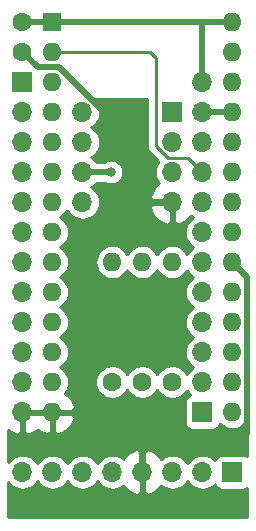
<source format=gbr>
G04 #@! TF.GenerationSoftware,KiCad,Pcbnew,(5.1.2)-1*
G04 #@! TF.CreationDate,2019-07-14T14:04:16+02:00*
G04 #@! TF.ProjectId,C64-Switchless-Quad-Kernal-Switcher,4336342d-5377-4697-9463-686c6573732d,1.20*
G04 #@! TF.SameCoordinates,Original*
G04 #@! TF.FileFunction,Copper,L2,Bot*
G04 #@! TF.FilePolarity,Positive*
%FSLAX46Y46*%
G04 Gerber Fmt 4.6, Leading zero omitted, Abs format (unit mm)*
G04 Created by KiCad (PCBNEW (5.1.2)-1) date 2019-07-14 14:04:16*
%MOMM*%
%LPD*%
G04 APERTURE LIST*
%ADD10O,1.700000X1.700000*%
%ADD11R,1.700000X1.700000*%
%ADD12R,1.600000X1.600000*%
%ADD13O,1.600000X1.600000*%
%ADD14C,1.600000*%
%ADD15C,0.800000*%
%ADD16C,0.500000*%
%ADD17C,0.250000*%
%ADD18C,0.254000*%
G04 APERTURE END LIST*
D10*
X109220000Y-66040000D03*
X116840000Y-73660000D03*
X109220000Y-68580000D03*
X116840000Y-71120000D03*
X109220000Y-71120000D03*
X116840000Y-68580000D03*
X109220000Y-73660000D03*
D11*
X116840000Y-66040000D03*
D12*
X106680000Y-58420000D03*
D13*
X121920000Y-91440000D03*
X106680000Y-60960000D03*
X121920000Y-88900000D03*
X106680000Y-63500000D03*
X121920000Y-86360000D03*
X106680000Y-66040000D03*
X121920000Y-83820000D03*
X106680000Y-68580000D03*
X121920000Y-81280000D03*
X106680000Y-71120000D03*
X121920000Y-78740000D03*
X106680000Y-73660000D03*
X121920000Y-76200000D03*
X106680000Y-76200000D03*
X121920000Y-73660000D03*
X106680000Y-78740000D03*
X121920000Y-71120000D03*
X106680000Y-81280000D03*
X121920000Y-68580000D03*
X106680000Y-83820000D03*
X121920000Y-66040000D03*
X106680000Y-86360000D03*
X121920000Y-63500000D03*
X106680000Y-88900000D03*
X121920000Y-60960000D03*
X106680000Y-91440000D03*
X121920000Y-58420000D03*
D14*
X104140000Y-58420000D03*
X104140000Y-60920000D03*
D11*
X104140000Y-63500000D03*
D10*
X104140000Y-66040000D03*
X104140000Y-68580000D03*
X104140000Y-71120000D03*
X104140000Y-73660000D03*
X104140000Y-76200000D03*
X104140000Y-78740000D03*
X104140000Y-81280000D03*
X104140000Y-83820000D03*
X104140000Y-86360000D03*
X104140000Y-88900000D03*
X104140000Y-91440000D03*
X119380000Y-63500000D03*
X119380000Y-66040000D03*
X119380000Y-68580000D03*
X119380000Y-71120000D03*
X119380000Y-73660000D03*
X119380000Y-76200000D03*
X119380000Y-78740000D03*
X119380000Y-81280000D03*
X119380000Y-83820000D03*
X119380000Y-86360000D03*
X119380000Y-88900000D03*
D11*
X119380000Y-91440000D03*
X121920000Y-96520000D03*
D10*
X119380000Y-96520000D03*
X116840000Y-96520000D03*
X114300000Y-96520000D03*
X111760000Y-96520000D03*
X109220000Y-96520000D03*
X106680000Y-96520000D03*
X104140000Y-96520000D03*
D14*
X114300000Y-88900000D03*
D13*
X114300000Y-78740000D03*
X111760000Y-78740000D03*
D14*
X111760000Y-88900000D03*
X116840000Y-88900000D03*
D13*
X116840000Y-78740000D03*
D15*
X111663480Y-71127620D03*
D16*
X104140000Y-58420000D02*
X106680000Y-58420000D01*
X106680000Y-58420000D02*
X109220000Y-58420000D01*
X119380000Y-63500000D02*
X119380000Y-58420000D01*
X109220000Y-58420000D02*
X119380000Y-58420000D01*
X119380000Y-58420000D02*
X121920000Y-58420000D01*
X114300000Y-94615000D02*
X114300000Y-96520000D01*
X114935000Y-93980000D02*
X114300000Y-94615000D01*
X122515002Y-93980000D02*
X114935000Y-93980000D01*
X123170001Y-93325001D02*
X122515002Y-93980000D01*
X121920000Y-78740000D02*
X123170001Y-79990001D01*
X123170001Y-79990001D02*
X123170001Y-93325001D01*
X105469999Y-62249999D02*
X104140000Y-60920000D01*
X107280001Y-62249999D02*
X105469999Y-62249999D01*
X114300000Y-69269998D02*
X107280001Y-62249999D01*
X116840000Y-73660000D02*
X114300000Y-73660000D01*
X114300000Y-73660000D02*
X114300000Y-69269998D01*
X119380000Y-66040000D02*
X121920000Y-66040000D01*
D17*
X114935000Y-60960000D02*
X106680000Y-60960000D01*
X115425001Y-61450001D02*
X114935000Y-60960000D01*
X115425001Y-68904003D02*
X115425001Y-61450001D01*
X116465997Y-69944999D02*
X115425001Y-68904003D01*
X118204999Y-69944999D02*
X116465997Y-69944999D01*
X119380000Y-71120000D02*
X118204999Y-69944999D01*
D16*
X109227620Y-71127620D02*
X109220000Y-71120000D01*
X111663480Y-71127620D02*
X109227620Y-71127620D01*
D18*
G36*
X114665001Y-68866681D02*
G01*
X114661325Y-68904003D01*
X114665001Y-68941325D01*
X114665001Y-68941335D01*
X114675998Y-69052988D01*
X114714927Y-69181323D01*
X114719455Y-69196249D01*
X114790027Y-69328279D01*
X114829872Y-69376829D01*
X114885000Y-69444004D01*
X114914003Y-69467807D01*
X115661448Y-70215251D01*
X115599294Y-70290986D01*
X115461401Y-70548966D01*
X115376487Y-70828889D01*
X115347815Y-71120000D01*
X115376487Y-71411111D01*
X115461401Y-71691034D01*
X115599294Y-71949014D01*
X115687123Y-72056033D01*
X115407522Y-72297448D01*
X115169226Y-72603092D01*
X114995137Y-72949352D01*
X114911240Y-73225931D01*
X115149514Y-73533000D01*
X116713000Y-73533000D01*
X116713000Y-73513000D01*
X116967000Y-73513000D01*
X116967000Y-73533000D01*
X116987000Y-73533000D01*
X116987000Y-73787000D01*
X116967000Y-73787000D01*
X116967000Y-75351170D01*
X117274069Y-75588763D01*
X117642011Y-75467020D01*
X117979133Y-75275834D01*
X118272478Y-75022552D01*
X118439079Y-74808866D01*
X118550986Y-74900706D01*
X118605791Y-74930000D01*
X118550986Y-74959294D01*
X118324866Y-75144866D01*
X118139294Y-75370986D01*
X118001401Y-75628966D01*
X117916487Y-75908889D01*
X117887815Y-76200000D01*
X117916487Y-76491111D01*
X118001401Y-76771034D01*
X118139294Y-77029014D01*
X118324866Y-77255134D01*
X118550986Y-77440706D01*
X118605791Y-77470000D01*
X118550986Y-77499294D01*
X118324866Y-77684866D01*
X118139294Y-77910986D01*
X118081653Y-78018825D01*
X118038932Y-77938899D01*
X117859608Y-77720392D01*
X117641101Y-77541068D01*
X117391808Y-77407818D01*
X117121309Y-77325764D01*
X116910492Y-77305000D01*
X116769508Y-77305000D01*
X116558691Y-77325764D01*
X116288192Y-77407818D01*
X116038899Y-77541068D01*
X115820392Y-77720392D01*
X115641068Y-77938899D01*
X115570000Y-78071858D01*
X115498932Y-77938899D01*
X115319608Y-77720392D01*
X115101101Y-77541068D01*
X114851808Y-77407818D01*
X114581309Y-77325764D01*
X114370492Y-77305000D01*
X114229508Y-77305000D01*
X114018691Y-77325764D01*
X113748192Y-77407818D01*
X113498899Y-77541068D01*
X113280392Y-77720392D01*
X113101068Y-77938899D01*
X113030000Y-78071858D01*
X112958932Y-77938899D01*
X112779608Y-77720392D01*
X112561101Y-77541068D01*
X112311808Y-77407818D01*
X112041309Y-77325764D01*
X111830492Y-77305000D01*
X111689508Y-77305000D01*
X111478691Y-77325764D01*
X111208192Y-77407818D01*
X110958899Y-77541068D01*
X110740392Y-77720392D01*
X110561068Y-77938899D01*
X110427818Y-78188192D01*
X110345764Y-78458691D01*
X110318057Y-78740000D01*
X110345764Y-79021309D01*
X110427818Y-79291808D01*
X110561068Y-79541101D01*
X110740392Y-79759608D01*
X110958899Y-79938932D01*
X111208192Y-80072182D01*
X111478691Y-80154236D01*
X111689508Y-80175000D01*
X111830492Y-80175000D01*
X112041309Y-80154236D01*
X112311808Y-80072182D01*
X112561101Y-79938932D01*
X112779608Y-79759608D01*
X112958932Y-79541101D01*
X113030000Y-79408142D01*
X113101068Y-79541101D01*
X113280392Y-79759608D01*
X113498899Y-79938932D01*
X113748192Y-80072182D01*
X114018691Y-80154236D01*
X114229508Y-80175000D01*
X114370492Y-80175000D01*
X114581309Y-80154236D01*
X114851808Y-80072182D01*
X115101101Y-79938932D01*
X115319608Y-79759608D01*
X115498932Y-79541101D01*
X115570000Y-79408142D01*
X115641068Y-79541101D01*
X115820392Y-79759608D01*
X116038899Y-79938932D01*
X116288192Y-80072182D01*
X116558691Y-80154236D01*
X116769508Y-80175000D01*
X116910492Y-80175000D01*
X117121309Y-80154236D01*
X117391808Y-80072182D01*
X117641101Y-79938932D01*
X117859608Y-79759608D01*
X118038932Y-79541101D01*
X118081653Y-79461175D01*
X118139294Y-79569014D01*
X118324866Y-79795134D01*
X118550986Y-79980706D01*
X118605791Y-80010000D01*
X118550986Y-80039294D01*
X118324866Y-80224866D01*
X118139294Y-80450986D01*
X118001401Y-80708966D01*
X117916487Y-80988889D01*
X117887815Y-81280000D01*
X117916487Y-81571111D01*
X118001401Y-81851034D01*
X118139294Y-82109014D01*
X118324866Y-82335134D01*
X118550986Y-82520706D01*
X118605791Y-82550000D01*
X118550986Y-82579294D01*
X118324866Y-82764866D01*
X118139294Y-82990986D01*
X118001401Y-83248966D01*
X117916487Y-83528889D01*
X117887815Y-83820000D01*
X117916487Y-84111111D01*
X118001401Y-84391034D01*
X118139294Y-84649014D01*
X118324866Y-84875134D01*
X118550986Y-85060706D01*
X118605791Y-85090000D01*
X118550986Y-85119294D01*
X118324866Y-85304866D01*
X118139294Y-85530986D01*
X118001401Y-85788966D01*
X117916487Y-86068889D01*
X117887815Y-86360000D01*
X117916487Y-86651111D01*
X118001401Y-86931034D01*
X118139294Y-87189014D01*
X118324866Y-87415134D01*
X118550986Y-87600706D01*
X118605791Y-87630000D01*
X118550986Y-87659294D01*
X118324866Y-87844866D01*
X118139294Y-88070986D01*
X118082690Y-88176886D01*
X117954637Y-87985241D01*
X117754759Y-87785363D01*
X117519727Y-87628320D01*
X117258574Y-87520147D01*
X116981335Y-87465000D01*
X116698665Y-87465000D01*
X116421426Y-87520147D01*
X116160273Y-87628320D01*
X115925241Y-87785363D01*
X115725363Y-87985241D01*
X115570000Y-88217759D01*
X115414637Y-87985241D01*
X115214759Y-87785363D01*
X114979727Y-87628320D01*
X114718574Y-87520147D01*
X114441335Y-87465000D01*
X114158665Y-87465000D01*
X113881426Y-87520147D01*
X113620273Y-87628320D01*
X113385241Y-87785363D01*
X113185363Y-87985241D01*
X113030000Y-88217759D01*
X112874637Y-87985241D01*
X112674759Y-87785363D01*
X112439727Y-87628320D01*
X112178574Y-87520147D01*
X111901335Y-87465000D01*
X111618665Y-87465000D01*
X111341426Y-87520147D01*
X111080273Y-87628320D01*
X110845241Y-87785363D01*
X110645363Y-87985241D01*
X110488320Y-88220273D01*
X110380147Y-88481426D01*
X110325000Y-88758665D01*
X110325000Y-89041335D01*
X110380147Y-89318574D01*
X110488320Y-89579727D01*
X110645363Y-89814759D01*
X110845241Y-90014637D01*
X111080273Y-90171680D01*
X111341426Y-90279853D01*
X111618665Y-90335000D01*
X111901335Y-90335000D01*
X112178574Y-90279853D01*
X112439727Y-90171680D01*
X112674759Y-90014637D01*
X112874637Y-89814759D01*
X113030000Y-89582241D01*
X113185363Y-89814759D01*
X113385241Y-90014637D01*
X113620273Y-90171680D01*
X113881426Y-90279853D01*
X114158665Y-90335000D01*
X114441335Y-90335000D01*
X114718574Y-90279853D01*
X114979727Y-90171680D01*
X115214759Y-90014637D01*
X115414637Y-89814759D01*
X115570000Y-89582241D01*
X115725363Y-89814759D01*
X115925241Y-90014637D01*
X116160273Y-90171680D01*
X116421426Y-90279853D01*
X116698665Y-90335000D01*
X116981335Y-90335000D01*
X117258574Y-90279853D01*
X117519727Y-90171680D01*
X117754759Y-90014637D01*
X117954637Y-89814759D01*
X118082690Y-89623114D01*
X118139294Y-89729014D01*
X118324866Y-89955134D01*
X118354687Y-89979607D01*
X118285820Y-90000498D01*
X118175506Y-90059463D01*
X118078815Y-90138815D01*
X117999463Y-90235506D01*
X117940498Y-90345820D01*
X117904188Y-90465518D01*
X117891928Y-90590000D01*
X117891928Y-92290000D01*
X117904188Y-92414482D01*
X117940498Y-92534180D01*
X117999463Y-92644494D01*
X118078815Y-92741185D01*
X118175506Y-92820537D01*
X118285820Y-92879502D01*
X118405518Y-92915812D01*
X118530000Y-92928072D01*
X120230000Y-92928072D01*
X120354482Y-92915812D01*
X120474180Y-92879502D01*
X120584494Y-92820537D01*
X120681185Y-92741185D01*
X120760537Y-92644494D01*
X120819502Y-92534180D01*
X120855812Y-92414482D01*
X120856621Y-92406272D01*
X120900392Y-92459608D01*
X121118899Y-92638932D01*
X121368192Y-92772182D01*
X121638691Y-92854236D01*
X121849508Y-92875000D01*
X121990492Y-92875000D01*
X122201309Y-92854236D01*
X122471808Y-92772182D01*
X122721101Y-92638932D01*
X122939608Y-92459608D01*
X123118932Y-92241101D01*
X123165001Y-92154912D01*
X123165001Y-95172706D01*
X123124494Y-95139463D01*
X123014180Y-95080498D01*
X122894482Y-95044188D01*
X122770000Y-95031928D01*
X121070000Y-95031928D01*
X120945518Y-95044188D01*
X120825820Y-95080498D01*
X120715506Y-95139463D01*
X120618815Y-95218815D01*
X120539463Y-95315506D01*
X120480498Y-95425820D01*
X120459607Y-95494687D01*
X120435134Y-95464866D01*
X120209014Y-95279294D01*
X119951034Y-95141401D01*
X119671111Y-95056487D01*
X119452950Y-95035000D01*
X119307050Y-95035000D01*
X119088889Y-95056487D01*
X118808966Y-95141401D01*
X118550986Y-95279294D01*
X118324866Y-95464866D01*
X118139294Y-95690986D01*
X118110000Y-95745791D01*
X118080706Y-95690986D01*
X117895134Y-95464866D01*
X117669014Y-95279294D01*
X117411034Y-95141401D01*
X117131111Y-95056487D01*
X116912950Y-95035000D01*
X116767050Y-95035000D01*
X116548889Y-95056487D01*
X116268966Y-95141401D01*
X116010986Y-95279294D01*
X115903967Y-95367123D01*
X115662552Y-95087522D01*
X115356908Y-94849226D01*
X115010648Y-94675137D01*
X114734069Y-94591240D01*
X114427000Y-94829514D01*
X114427000Y-96393000D01*
X114447000Y-96393000D01*
X114447000Y-96647000D01*
X114427000Y-96647000D01*
X114427000Y-98210486D01*
X114734069Y-98448760D01*
X115010648Y-98364863D01*
X115356908Y-98190774D01*
X115662552Y-97952478D01*
X115903967Y-97672877D01*
X116010986Y-97760706D01*
X116268966Y-97898599D01*
X116548889Y-97983513D01*
X116767050Y-98005000D01*
X116912950Y-98005000D01*
X117131111Y-97983513D01*
X117411034Y-97898599D01*
X117669014Y-97760706D01*
X117895134Y-97575134D01*
X118080706Y-97349014D01*
X118110000Y-97294209D01*
X118139294Y-97349014D01*
X118324866Y-97575134D01*
X118550986Y-97760706D01*
X118808966Y-97898599D01*
X119088889Y-97983513D01*
X119307050Y-98005000D01*
X119452950Y-98005000D01*
X119671111Y-97983513D01*
X119951034Y-97898599D01*
X120209014Y-97760706D01*
X120435134Y-97575134D01*
X120459607Y-97545313D01*
X120480498Y-97614180D01*
X120539463Y-97724494D01*
X120618815Y-97821185D01*
X120715506Y-97900537D01*
X120825820Y-97959502D01*
X120945518Y-97995812D01*
X121070000Y-98008072D01*
X122770000Y-98008072D01*
X122894482Y-97995812D01*
X123014180Y-97959502D01*
X123124494Y-97900537D01*
X123165001Y-97867294D01*
X123165001Y-100305000D01*
X102895000Y-100305000D01*
X102895000Y-97340980D01*
X102899294Y-97349014D01*
X103084866Y-97575134D01*
X103310986Y-97760706D01*
X103568966Y-97898599D01*
X103848889Y-97983513D01*
X104067050Y-98005000D01*
X104212950Y-98005000D01*
X104431111Y-97983513D01*
X104711034Y-97898599D01*
X104969014Y-97760706D01*
X105195134Y-97575134D01*
X105380706Y-97349014D01*
X105410000Y-97294209D01*
X105439294Y-97349014D01*
X105624866Y-97575134D01*
X105850986Y-97760706D01*
X106108966Y-97898599D01*
X106388889Y-97983513D01*
X106607050Y-98005000D01*
X106752950Y-98005000D01*
X106971111Y-97983513D01*
X107251034Y-97898599D01*
X107509014Y-97760706D01*
X107735134Y-97575134D01*
X107920706Y-97349014D01*
X107950000Y-97294209D01*
X107979294Y-97349014D01*
X108164866Y-97575134D01*
X108390986Y-97760706D01*
X108648966Y-97898599D01*
X108928889Y-97983513D01*
X109147050Y-98005000D01*
X109292950Y-98005000D01*
X109511111Y-97983513D01*
X109791034Y-97898599D01*
X110049014Y-97760706D01*
X110275134Y-97575134D01*
X110460706Y-97349014D01*
X110490000Y-97294209D01*
X110519294Y-97349014D01*
X110704866Y-97575134D01*
X110930986Y-97760706D01*
X111188966Y-97898599D01*
X111468889Y-97983513D01*
X111687050Y-98005000D01*
X111832950Y-98005000D01*
X112051111Y-97983513D01*
X112331034Y-97898599D01*
X112589014Y-97760706D01*
X112696033Y-97672877D01*
X112937448Y-97952478D01*
X113243092Y-98190774D01*
X113589352Y-98364863D01*
X113865931Y-98448760D01*
X114173000Y-98210486D01*
X114173000Y-96647000D01*
X114153000Y-96647000D01*
X114153000Y-96393000D01*
X114173000Y-96393000D01*
X114173000Y-94829514D01*
X113865931Y-94591240D01*
X113589352Y-94675137D01*
X113243092Y-94849226D01*
X112937448Y-95087522D01*
X112696033Y-95367123D01*
X112589014Y-95279294D01*
X112331034Y-95141401D01*
X112051111Y-95056487D01*
X111832950Y-95035000D01*
X111687050Y-95035000D01*
X111468889Y-95056487D01*
X111188966Y-95141401D01*
X110930986Y-95279294D01*
X110704866Y-95464866D01*
X110519294Y-95690986D01*
X110490000Y-95745791D01*
X110460706Y-95690986D01*
X110275134Y-95464866D01*
X110049014Y-95279294D01*
X109791034Y-95141401D01*
X109511111Y-95056487D01*
X109292950Y-95035000D01*
X109147050Y-95035000D01*
X108928889Y-95056487D01*
X108648966Y-95141401D01*
X108390986Y-95279294D01*
X108164866Y-95464866D01*
X107979294Y-95690986D01*
X107950000Y-95745791D01*
X107920706Y-95690986D01*
X107735134Y-95464866D01*
X107509014Y-95279294D01*
X107251034Y-95141401D01*
X106971111Y-95056487D01*
X106752950Y-95035000D01*
X106607050Y-95035000D01*
X106388889Y-95056487D01*
X106108966Y-95141401D01*
X105850986Y-95279294D01*
X105624866Y-95464866D01*
X105439294Y-95690986D01*
X105410000Y-95745791D01*
X105380706Y-95690986D01*
X105195134Y-95464866D01*
X104969014Y-95279294D01*
X104711034Y-95141401D01*
X104431111Y-95056487D01*
X104212950Y-95035000D01*
X104067050Y-95035000D01*
X103848889Y-95056487D01*
X103568966Y-95141401D01*
X103310986Y-95279294D01*
X103084866Y-95464866D01*
X102899294Y-95690986D01*
X102895000Y-95699020D01*
X102895000Y-92964426D01*
X103000867Y-93055834D01*
X103337989Y-93247020D01*
X103705931Y-93368763D01*
X104013000Y-93131170D01*
X104013000Y-91567000D01*
X104267000Y-91567000D01*
X104267000Y-93131170D01*
X104574069Y-93368763D01*
X104942011Y-93247020D01*
X105279133Y-93055834D01*
X105448031Y-92910003D01*
X105567047Y-93013112D01*
X105895331Y-93200011D01*
X106253769Y-93319274D01*
X106553000Y-93081064D01*
X106553000Y-91567000D01*
X106807000Y-91567000D01*
X106807000Y-93081064D01*
X107106231Y-93319274D01*
X107464669Y-93200011D01*
X107792953Y-93013112D01*
X108078467Y-92765759D01*
X108310239Y-92467458D01*
X108479362Y-92129672D01*
X108559270Y-91866230D01*
X108320341Y-91567000D01*
X106807000Y-91567000D01*
X106553000Y-91567000D01*
X104267000Y-91567000D01*
X104013000Y-91567000D01*
X103993000Y-91567000D01*
X103993000Y-91313000D01*
X104013000Y-91313000D01*
X104013000Y-91293000D01*
X104267000Y-91293000D01*
X104267000Y-91313000D01*
X106553000Y-91313000D01*
X106553000Y-91293000D01*
X106807000Y-91293000D01*
X106807000Y-91313000D01*
X108320341Y-91313000D01*
X108559270Y-91013770D01*
X108479362Y-90750328D01*
X108310239Y-90412542D01*
X108078467Y-90114241D01*
X107792953Y-89866888D01*
X107758821Y-89847456D01*
X107878932Y-89701101D01*
X108012182Y-89451808D01*
X108094236Y-89181309D01*
X108121943Y-88900000D01*
X108094236Y-88618691D01*
X108012182Y-88348192D01*
X107878932Y-88098899D01*
X107699608Y-87880392D01*
X107481101Y-87701068D01*
X107348142Y-87630000D01*
X107481101Y-87558932D01*
X107699608Y-87379608D01*
X107878932Y-87161101D01*
X108012182Y-86911808D01*
X108094236Y-86641309D01*
X108121943Y-86360000D01*
X108094236Y-86078691D01*
X108012182Y-85808192D01*
X107878932Y-85558899D01*
X107699608Y-85340392D01*
X107481101Y-85161068D01*
X107348142Y-85090000D01*
X107481101Y-85018932D01*
X107699608Y-84839608D01*
X107878932Y-84621101D01*
X108012182Y-84371808D01*
X108094236Y-84101309D01*
X108121943Y-83820000D01*
X108094236Y-83538691D01*
X108012182Y-83268192D01*
X107878932Y-83018899D01*
X107699608Y-82800392D01*
X107481101Y-82621068D01*
X107348142Y-82550000D01*
X107481101Y-82478932D01*
X107699608Y-82299608D01*
X107878932Y-82081101D01*
X108012182Y-81831808D01*
X108094236Y-81561309D01*
X108121943Y-81280000D01*
X108094236Y-80998691D01*
X108012182Y-80728192D01*
X107878932Y-80478899D01*
X107699608Y-80260392D01*
X107481101Y-80081068D01*
X107348142Y-80010000D01*
X107481101Y-79938932D01*
X107699608Y-79759608D01*
X107878932Y-79541101D01*
X108012182Y-79291808D01*
X108094236Y-79021309D01*
X108121943Y-78740000D01*
X108094236Y-78458691D01*
X108012182Y-78188192D01*
X107878932Y-77938899D01*
X107699608Y-77720392D01*
X107481101Y-77541068D01*
X107348142Y-77470000D01*
X107481101Y-77398932D01*
X107699608Y-77219608D01*
X107878932Y-77001101D01*
X108012182Y-76751808D01*
X108094236Y-76481309D01*
X108121943Y-76200000D01*
X108094236Y-75918691D01*
X108012182Y-75648192D01*
X107878932Y-75398899D01*
X107699608Y-75180392D01*
X107481101Y-75001068D01*
X107348142Y-74930000D01*
X107481101Y-74858932D01*
X107699608Y-74679608D01*
X107878932Y-74461101D01*
X107921653Y-74381175D01*
X107979294Y-74489014D01*
X108164866Y-74715134D01*
X108390986Y-74900706D01*
X108648966Y-75038599D01*
X108928889Y-75123513D01*
X109147050Y-75145000D01*
X109292950Y-75145000D01*
X109511111Y-75123513D01*
X109791034Y-75038599D01*
X110049014Y-74900706D01*
X110275134Y-74715134D01*
X110460706Y-74489014D01*
X110598599Y-74231034D01*
X110640147Y-74094069D01*
X114911240Y-74094069D01*
X114995137Y-74370648D01*
X115169226Y-74716908D01*
X115407522Y-75022552D01*
X115700867Y-75275834D01*
X116037989Y-75467020D01*
X116405931Y-75588763D01*
X116713000Y-75351170D01*
X116713000Y-73787000D01*
X115149514Y-73787000D01*
X114911240Y-74094069D01*
X110640147Y-74094069D01*
X110683513Y-73951111D01*
X110712185Y-73660000D01*
X110683513Y-73368889D01*
X110598599Y-73088966D01*
X110460706Y-72830986D01*
X110275134Y-72604866D01*
X110049014Y-72419294D01*
X109994209Y-72390000D01*
X110049014Y-72360706D01*
X110275134Y-72175134D01*
X110408506Y-72012620D01*
X111125026Y-72012620D01*
X111173224Y-72044825D01*
X111361582Y-72122846D01*
X111561541Y-72162620D01*
X111765419Y-72162620D01*
X111965378Y-72122846D01*
X112153736Y-72044825D01*
X112323254Y-71931557D01*
X112467417Y-71787394D01*
X112580685Y-71617876D01*
X112658706Y-71429518D01*
X112698480Y-71229559D01*
X112698480Y-71025681D01*
X112658706Y-70825722D01*
X112580685Y-70637364D01*
X112467417Y-70467846D01*
X112323254Y-70323683D01*
X112153736Y-70210415D01*
X111965378Y-70132394D01*
X111765419Y-70092620D01*
X111561541Y-70092620D01*
X111361582Y-70132394D01*
X111173224Y-70210415D01*
X111125026Y-70242620D01*
X110421013Y-70242620D01*
X110275134Y-70064866D01*
X110049014Y-69879294D01*
X109994209Y-69850000D01*
X110049014Y-69820706D01*
X110275134Y-69635134D01*
X110460706Y-69409014D01*
X110598599Y-69151034D01*
X110683513Y-68871111D01*
X110712185Y-68580000D01*
X110683513Y-68288889D01*
X110598599Y-68008966D01*
X110460706Y-67750986D01*
X110275134Y-67524866D01*
X110049014Y-67339294D01*
X109994209Y-67310000D01*
X110049014Y-67280706D01*
X110275134Y-67095134D01*
X110460706Y-66869014D01*
X110598599Y-66611034D01*
X110683513Y-66331111D01*
X110712185Y-66040000D01*
X110683513Y-65748889D01*
X110598599Y-65468966D01*
X110460706Y-65210986D01*
X110275134Y-64984866D01*
X110168069Y-64897000D01*
X114665002Y-64897000D01*
X114665001Y-68866681D01*
X114665001Y-68866681D01*
G37*
X114665001Y-68866681D02*
X114661325Y-68904003D01*
X114665001Y-68941325D01*
X114665001Y-68941335D01*
X114675998Y-69052988D01*
X114714927Y-69181323D01*
X114719455Y-69196249D01*
X114790027Y-69328279D01*
X114829872Y-69376829D01*
X114885000Y-69444004D01*
X114914003Y-69467807D01*
X115661448Y-70215251D01*
X115599294Y-70290986D01*
X115461401Y-70548966D01*
X115376487Y-70828889D01*
X115347815Y-71120000D01*
X115376487Y-71411111D01*
X115461401Y-71691034D01*
X115599294Y-71949014D01*
X115687123Y-72056033D01*
X115407522Y-72297448D01*
X115169226Y-72603092D01*
X114995137Y-72949352D01*
X114911240Y-73225931D01*
X115149514Y-73533000D01*
X116713000Y-73533000D01*
X116713000Y-73513000D01*
X116967000Y-73513000D01*
X116967000Y-73533000D01*
X116987000Y-73533000D01*
X116987000Y-73787000D01*
X116967000Y-73787000D01*
X116967000Y-75351170D01*
X117274069Y-75588763D01*
X117642011Y-75467020D01*
X117979133Y-75275834D01*
X118272478Y-75022552D01*
X118439079Y-74808866D01*
X118550986Y-74900706D01*
X118605791Y-74930000D01*
X118550986Y-74959294D01*
X118324866Y-75144866D01*
X118139294Y-75370986D01*
X118001401Y-75628966D01*
X117916487Y-75908889D01*
X117887815Y-76200000D01*
X117916487Y-76491111D01*
X118001401Y-76771034D01*
X118139294Y-77029014D01*
X118324866Y-77255134D01*
X118550986Y-77440706D01*
X118605791Y-77470000D01*
X118550986Y-77499294D01*
X118324866Y-77684866D01*
X118139294Y-77910986D01*
X118081653Y-78018825D01*
X118038932Y-77938899D01*
X117859608Y-77720392D01*
X117641101Y-77541068D01*
X117391808Y-77407818D01*
X117121309Y-77325764D01*
X116910492Y-77305000D01*
X116769508Y-77305000D01*
X116558691Y-77325764D01*
X116288192Y-77407818D01*
X116038899Y-77541068D01*
X115820392Y-77720392D01*
X115641068Y-77938899D01*
X115570000Y-78071858D01*
X115498932Y-77938899D01*
X115319608Y-77720392D01*
X115101101Y-77541068D01*
X114851808Y-77407818D01*
X114581309Y-77325764D01*
X114370492Y-77305000D01*
X114229508Y-77305000D01*
X114018691Y-77325764D01*
X113748192Y-77407818D01*
X113498899Y-77541068D01*
X113280392Y-77720392D01*
X113101068Y-77938899D01*
X113030000Y-78071858D01*
X112958932Y-77938899D01*
X112779608Y-77720392D01*
X112561101Y-77541068D01*
X112311808Y-77407818D01*
X112041309Y-77325764D01*
X111830492Y-77305000D01*
X111689508Y-77305000D01*
X111478691Y-77325764D01*
X111208192Y-77407818D01*
X110958899Y-77541068D01*
X110740392Y-77720392D01*
X110561068Y-77938899D01*
X110427818Y-78188192D01*
X110345764Y-78458691D01*
X110318057Y-78740000D01*
X110345764Y-79021309D01*
X110427818Y-79291808D01*
X110561068Y-79541101D01*
X110740392Y-79759608D01*
X110958899Y-79938932D01*
X111208192Y-80072182D01*
X111478691Y-80154236D01*
X111689508Y-80175000D01*
X111830492Y-80175000D01*
X112041309Y-80154236D01*
X112311808Y-80072182D01*
X112561101Y-79938932D01*
X112779608Y-79759608D01*
X112958932Y-79541101D01*
X113030000Y-79408142D01*
X113101068Y-79541101D01*
X113280392Y-79759608D01*
X113498899Y-79938932D01*
X113748192Y-80072182D01*
X114018691Y-80154236D01*
X114229508Y-80175000D01*
X114370492Y-80175000D01*
X114581309Y-80154236D01*
X114851808Y-80072182D01*
X115101101Y-79938932D01*
X115319608Y-79759608D01*
X115498932Y-79541101D01*
X115570000Y-79408142D01*
X115641068Y-79541101D01*
X115820392Y-79759608D01*
X116038899Y-79938932D01*
X116288192Y-80072182D01*
X116558691Y-80154236D01*
X116769508Y-80175000D01*
X116910492Y-80175000D01*
X117121309Y-80154236D01*
X117391808Y-80072182D01*
X117641101Y-79938932D01*
X117859608Y-79759608D01*
X118038932Y-79541101D01*
X118081653Y-79461175D01*
X118139294Y-79569014D01*
X118324866Y-79795134D01*
X118550986Y-79980706D01*
X118605791Y-80010000D01*
X118550986Y-80039294D01*
X118324866Y-80224866D01*
X118139294Y-80450986D01*
X118001401Y-80708966D01*
X117916487Y-80988889D01*
X117887815Y-81280000D01*
X117916487Y-81571111D01*
X118001401Y-81851034D01*
X118139294Y-82109014D01*
X118324866Y-82335134D01*
X118550986Y-82520706D01*
X118605791Y-82550000D01*
X118550986Y-82579294D01*
X118324866Y-82764866D01*
X118139294Y-82990986D01*
X118001401Y-83248966D01*
X117916487Y-83528889D01*
X117887815Y-83820000D01*
X117916487Y-84111111D01*
X118001401Y-84391034D01*
X118139294Y-84649014D01*
X118324866Y-84875134D01*
X118550986Y-85060706D01*
X118605791Y-85090000D01*
X118550986Y-85119294D01*
X118324866Y-85304866D01*
X118139294Y-85530986D01*
X118001401Y-85788966D01*
X117916487Y-86068889D01*
X117887815Y-86360000D01*
X117916487Y-86651111D01*
X118001401Y-86931034D01*
X118139294Y-87189014D01*
X118324866Y-87415134D01*
X118550986Y-87600706D01*
X118605791Y-87630000D01*
X118550986Y-87659294D01*
X118324866Y-87844866D01*
X118139294Y-88070986D01*
X118082690Y-88176886D01*
X117954637Y-87985241D01*
X117754759Y-87785363D01*
X117519727Y-87628320D01*
X117258574Y-87520147D01*
X116981335Y-87465000D01*
X116698665Y-87465000D01*
X116421426Y-87520147D01*
X116160273Y-87628320D01*
X115925241Y-87785363D01*
X115725363Y-87985241D01*
X115570000Y-88217759D01*
X115414637Y-87985241D01*
X115214759Y-87785363D01*
X114979727Y-87628320D01*
X114718574Y-87520147D01*
X114441335Y-87465000D01*
X114158665Y-87465000D01*
X113881426Y-87520147D01*
X113620273Y-87628320D01*
X113385241Y-87785363D01*
X113185363Y-87985241D01*
X113030000Y-88217759D01*
X112874637Y-87985241D01*
X112674759Y-87785363D01*
X112439727Y-87628320D01*
X112178574Y-87520147D01*
X111901335Y-87465000D01*
X111618665Y-87465000D01*
X111341426Y-87520147D01*
X111080273Y-87628320D01*
X110845241Y-87785363D01*
X110645363Y-87985241D01*
X110488320Y-88220273D01*
X110380147Y-88481426D01*
X110325000Y-88758665D01*
X110325000Y-89041335D01*
X110380147Y-89318574D01*
X110488320Y-89579727D01*
X110645363Y-89814759D01*
X110845241Y-90014637D01*
X111080273Y-90171680D01*
X111341426Y-90279853D01*
X111618665Y-90335000D01*
X111901335Y-90335000D01*
X112178574Y-90279853D01*
X112439727Y-90171680D01*
X112674759Y-90014637D01*
X112874637Y-89814759D01*
X113030000Y-89582241D01*
X113185363Y-89814759D01*
X113385241Y-90014637D01*
X113620273Y-90171680D01*
X113881426Y-90279853D01*
X114158665Y-90335000D01*
X114441335Y-90335000D01*
X114718574Y-90279853D01*
X114979727Y-90171680D01*
X115214759Y-90014637D01*
X115414637Y-89814759D01*
X115570000Y-89582241D01*
X115725363Y-89814759D01*
X115925241Y-90014637D01*
X116160273Y-90171680D01*
X116421426Y-90279853D01*
X116698665Y-90335000D01*
X116981335Y-90335000D01*
X117258574Y-90279853D01*
X117519727Y-90171680D01*
X117754759Y-90014637D01*
X117954637Y-89814759D01*
X118082690Y-89623114D01*
X118139294Y-89729014D01*
X118324866Y-89955134D01*
X118354687Y-89979607D01*
X118285820Y-90000498D01*
X118175506Y-90059463D01*
X118078815Y-90138815D01*
X117999463Y-90235506D01*
X117940498Y-90345820D01*
X117904188Y-90465518D01*
X117891928Y-90590000D01*
X117891928Y-92290000D01*
X117904188Y-92414482D01*
X117940498Y-92534180D01*
X117999463Y-92644494D01*
X118078815Y-92741185D01*
X118175506Y-92820537D01*
X118285820Y-92879502D01*
X118405518Y-92915812D01*
X118530000Y-92928072D01*
X120230000Y-92928072D01*
X120354482Y-92915812D01*
X120474180Y-92879502D01*
X120584494Y-92820537D01*
X120681185Y-92741185D01*
X120760537Y-92644494D01*
X120819502Y-92534180D01*
X120855812Y-92414482D01*
X120856621Y-92406272D01*
X120900392Y-92459608D01*
X121118899Y-92638932D01*
X121368192Y-92772182D01*
X121638691Y-92854236D01*
X121849508Y-92875000D01*
X121990492Y-92875000D01*
X122201309Y-92854236D01*
X122471808Y-92772182D01*
X122721101Y-92638932D01*
X122939608Y-92459608D01*
X123118932Y-92241101D01*
X123165001Y-92154912D01*
X123165001Y-95172706D01*
X123124494Y-95139463D01*
X123014180Y-95080498D01*
X122894482Y-95044188D01*
X122770000Y-95031928D01*
X121070000Y-95031928D01*
X120945518Y-95044188D01*
X120825820Y-95080498D01*
X120715506Y-95139463D01*
X120618815Y-95218815D01*
X120539463Y-95315506D01*
X120480498Y-95425820D01*
X120459607Y-95494687D01*
X120435134Y-95464866D01*
X120209014Y-95279294D01*
X119951034Y-95141401D01*
X119671111Y-95056487D01*
X119452950Y-95035000D01*
X119307050Y-95035000D01*
X119088889Y-95056487D01*
X118808966Y-95141401D01*
X118550986Y-95279294D01*
X118324866Y-95464866D01*
X118139294Y-95690986D01*
X118110000Y-95745791D01*
X118080706Y-95690986D01*
X117895134Y-95464866D01*
X117669014Y-95279294D01*
X117411034Y-95141401D01*
X117131111Y-95056487D01*
X116912950Y-95035000D01*
X116767050Y-95035000D01*
X116548889Y-95056487D01*
X116268966Y-95141401D01*
X116010986Y-95279294D01*
X115903967Y-95367123D01*
X115662552Y-95087522D01*
X115356908Y-94849226D01*
X115010648Y-94675137D01*
X114734069Y-94591240D01*
X114427000Y-94829514D01*
X114427000Y-96393000D01*
X114447000Y-96393000D01*
X114447000Y-96647000D01*
X114427000Y-96647000D01*
X114427000Y-98210486D01*
X114734069Y-98448760D01*
X115010648Y-98364863D01*
X115356908Y-98190774D01*
X115662552Y-97952478D01*
X115903967Y-97672877D01*
X116010986Y-97760706D01*
X116268966Y-97898599D01*
X116548889Y-97983513D01*
X116767050Y-98005000D01*
X116912950Y-98005000D01*
X117131111Y-97983513D01*
X117411034Y-97898599D01*
X117669014Y-97760706D01*
X117895134Y-97575134D01*
X118080706Y-97349014D01*
X118110000Y-97294209D01*
X118139294Y-97349014D01*
X118324866Y-97575134D01*
X118550986Y-97760706D01*
X118808966Y-97898599D01*
X119088889Y-97983513D01*
X119307050Y-98005000D01*
X119452950Y-98005000D01*
X119671111Y-97983513D01*
X119951034Y-97898599D01*
X120209014Y-97760706D01*
X120435134Y-97575134D01*
X120459607Y-97545313D01*
X120480498Y-97614180D01*
X120539463Y-97724494D01*
X120618815Y-97821185D01*
X120715506Y-97900537D01*
X120825820Y-97959502D01*
X120945518Y-97995812D01*
X121070000Y-98008072D01*
X122770000Y-98008072D01*
X122894482Y-97995812D01*
X123014180Y-97959502D01*
X123124494Y-97900537D01*
X123165001Y-97867294D01*
X123165001Y-100305000D01*
X102895000Y-100305000D01*
X102895000Y-97340980D01*
X102899294Y-97349014D01*
X103084866Y-97575134D01*
X103310986Y-97760706D01*
X103568966Y-97898599D01*
X103848889Y-97983513D01*
X104067050Y-98005000D01*
X104212950Y-98005000D01*
X104431111Y-97983513D01*
X104711034Y-97898599D01*
X104969014Y-97760706D01*
X105195134Y-97575134D01*
X105380706Y-97349014D01*
X105410000Y-97294209D01*
X105439294Y-97349014D01*
X105624866Y-97575134D01*
X105850986Y-97760706D01*
X106108966Y-97898599D01*
X106388889Y-97983513D01*
X106607050Y-98005000D01*
X106752950Y-98005000D01*
X106971111Y-97983513D01*
X107251034Y-97898599D01*
X107509014Y-97760706D01*
X107735134Y-97575134D01*
X107920706Y-97349014D01*
X107950000Y-97294209D01*
X107979294Y-97349014D01*
X108164866Y-97575134D01*
X108390986Y-97760706D01*
X108648966Y-97898599D01*
X108928889Y-97983513D01*
X109147050Y-98005000D01*
X109292950Y-98005000D01*
X109511111Y-97983513D01*
X109791034Y-97898599D01*
X110049014Y-97760706D01*
X110275134Y-97575134D01*
X110460706Y-97349014D01*
X110490000Y-97294209D01*
X110519294Y-97349014D01*
X110704866Y-97575134D01*
X110930986Y-97760706D01*
X111188966Y-97898599D01*
X111468889Y-97983513D01*
X111687050Y-98005000D01*
X111832950Y-98005000D01*
X112051111Y-97983513D01*
X112331034Y-97898599D01*
X112589014Y-97760706D01*
X112696033Y-97672877D01*
X112937448Y-97952478D01*
X113243092Y-98190774D01*
X113589352Y-98364863D01*
X113865931Y-98448760D01*
X114173000Y-98210486D01*
X114173000Y-96647000D01*
X114153000Y-96647000D01*
X114153000Y-96393000D01*
X114173000Y-96393000D01*
X114173000Y-94829514D01*
X113865931Y-94591240D01*
X113589352Y-94675137D01*
X113243092Y-94849226D01*
X112937448Y-95087522D01*
X112696033Y-95367123D01*
X112589014Y-95279294D01*
X112331034Y-95141401D01*
X112051111Y-95056487D01*
X111832950Y-95035000D01*
X111687050Y-95035000D01*
X111468889Y-95056487D01*
X111188966Y-95141401D01*
X110930986Y-95279294D01*
X110704866Y-95464866D01*
X110519294Y-95690986D01*
X110490000Y-95745791D01*
X110460706Y-95690986D01*
X110275134Y-95464866D01*
X110049014Y-95279294D01*
X109791034Y-95141401D01*
X109511111Y-95056487D01*
X109292950Y-95035000D01*
X109147050Y-95035000D01*
X108928889Y-95056487D01*
X108648966Y-95141401D01*
X108390986Y-95279294D01*
X108164866Y-95464866D01*
X107979294Y-95690986D01*
X107950000Y-95745791D01*
X107920706Y-95690986D01*
X107735134Y-95464866D01*
X107509014Y-95279294D01*
X107251034Y-95141401D01*
X106971111Y-95056487D01*
X106752950Y-95035000D01*
X106607050Y-95035000D01*
X106388889Y-95056487D01*
X106108966Y-95141401D01*
X105850986Y-95279294D01*
X105624866Y-95464866D01*
X105439294Y-95690986D01*
X105410000Y-95745791D01*
X105380706Y-95690986D01*
X105195134Y-95464866D01*
X104969014Y-95279294D01*
X104711034Y-95141401D01*
X104431111Y-95056487D01*
X104212950Y-95035000D01*
X104067050Y-95035000D01*
X103848889Y-95056487D01*
X103568966Y-95141401D01*
X103310986Y-95279294D01*
X103084866Y-95464866D01*
X102899294Y-95690986D01*
X102895000Y-95699020D01*
X102895000Y-92964426D01*
X103000867Y-93055834D01*
X103337989Y-93247020D01*
X103705931Y-93368763D01*
X104013000Y-93131170D01*
X104013000Y-91567000D01*
X104267000Y-91567000D01*
X104267000Y-93131170D01*
X104574069Y-93368763D01*
X104942011Y-93247020D01*
X105279133Y-93055834D01*
X105448031Y-92910003D01*
X105567047Y-93013112D01*
X105895331Y-93200011D01*
X106253769Y-93319274D01*
X106553000Y-93081064D01*
X106553000Y-91567000D01*
X106807000Y-91567000D01*
X106807000Y-93081064D01*
X107106231Y-93319274D01*
X107464669Y-93200011D01*
X107792953Y-93013112D01*
X108078467Y-92765759D01*
X108310239Y-92467458D01*
X108479362Y-92129672D01*
X108559270Y-91866230D01*
X108320341Y-91567000D01*
X106807000Y-91567000D01*
X106553000Y-91567000D01*
X104267000Y-91567000D01*
X104013000Y-91567000D01*
X103993000Y-91567000D01*
X103993000Y-91313000D01*
X104013000Y-91313000D01*
X104013000Y-91293000D01*
X104267000Y-91293000D01*
X104267000Y-91313000D01*
X106553000Y-91313000D01*
X106553000Y-91293000D01*
X106807000Y-91293000D01*
X106807000Y-91313000D01*
X108320341Y-91313000D01*
X108559270Y-91013770D01*
X108479362Y-90750328D01*
X108310239Y-90412542D01*
X108078467Y-90114241D01*
X107792953Y-89866888D01*
X107758821Y-89847456D01*
X107878932Y-89701101D01*
X108012182Y-89451808D01*
X108094236Y-89181309D01*
X108121943Y-88900000D01*
X108094236Y-88618691D01*
X108012182Y-88348192D01*
X107878932Y-88098899D01*
X107699608Y-87880392D01*
X107481101Y-87701068D01*
X107348142Y-87630000D01*
X107481101Y-87558932D01*
X107699608Y-87379608D01*
X107878932Y-87161101D01*
X108012182Y-86911808D01*
X108094236Y-86641309D01*
X108121943Y-86360000D01*
X108094236Y-86078691D01*
X108012182Y-85808192D01*
X107878932Y-85558899D01*
X107699608Y-85340392D01*
X107481101Y-85161068D01*
X107348142Y-85090000D01*
X107481101Y-85018932D01*
X107699608Y-84839608D01*
X107878932Y-84621101D01*
X108012182Y-84371808D01*
X108094236Y-84101309D01*
X108121943Y-83820000D01*
X108094236Y-83538691D01*
X108012182Y-83268192D01*
X107878932Y-83018899D01*
X107699608Y-82800392D01*
X107481101Y-82621068D01*
X107348142Y-82550000D01*
X107481101Y-82478932D01*
X107699608Y-82299608D01*
X107878932Y-82081101D01*
X108012182Y-81831808D01*
X108094236Y-81561309D01*
X108121943Y-81280000D01*
X108094236Y-80998691D01*
X108012182Y-80728192D01*
X107878932Y-80478899D01*
X107699608Y-80260392D01*
X107481101Y-80081068D01*
X107348142Y-80010000D01*
X107481101Y-79938932D01*
X107699608Y-79759608D01*
X107878932Y-79541101D01*
X108012182Y-79291808D01*
X108094236Y-79021309D01*
X108121943Y-78740000D01*
X108094236Y-78458691D01*
X108012182Y-78188192D01*
X107878932Y-77938899D01*
X107699608Y-77720392D01*
X107481101Y-77541068D01*
X107348142Y-77470000D01*
X107481101Y-77398932D01*
X107699608Y-77219608D01*
X107878932Y-77001101D01*
X108012182Y-76751808D01*
X108094236Y-76481309D01*
X108121943Y-76200000D01*
X108094236Y-75918691D01*
X108012182Y-75648192D01*
X107878932Y-75398899D01*
X107699608Y-75180392D01*
X107481101Y-75001068D01*
X107348142Y-74930000D01*
X107481101Y-74858932D01*
X107699608Y-74679608D01*
X107878932Y-74461101D01*
X107921653Y-74381175D01*
X107979294Y-74489014D01*
X108164866Y-74715134D01*
X108390986Y-74900706D01*
X108648966Y-75038599D01*
X108928889Y-75123513D01*
X109147050Y-75145000D01*
X109292950Y-75145000D01*
X109511111Y-75123513D01*
X109791034Y-75038599D01*
X110049014Y-74900706D01*
X110275134Y-74715134D01*
X110460706Y-74489014D01*
X110598599Y-74231034D01*
X110640147Y-74094069D01*
X114911240Y-74094069D01*
X114995137Y-74370648D01*
X115169226Y-74716908D01*
X115407522Y-75022552D01*
X115700867Y-75275834D01*
X116037989Y-75467020D01*
X116405931Y-75588763D01*
X116713000Y-75351170D01*
X116713000Y-73787000D01*
X115149514Y-73787000D01*
X114911240Y-74094069D01*
X110640147Y-74094069D01*
X110683513Y-73951111D01*
X110712185Y-73660000D01*
X110683513Y-73368889D01*
X110598599Y-73088966D01*
X110460706Y-72830986D01*
X110275134Y-72604866D01*
X110049014Y-72419294D01*
X109994209Y-72390000D01*
X110049014Y-72360706D01*
X110275134Y-72175134D01*
X110408506Y-72012620D01*
X111125026Y-72012620D01*
X111173224Y-72044825D01*
X111361582Y-72122846D01*
X111561541Y-72162620D01*
X111765419Y-72162620D01*
X111965378Y-72122846D01*
X112153736Y-72044825D01*
X112323254Y-71931557D01*
X112467417Y-71787394D01*
X112580685Y-71617876D01*
X112658706Y-71429518D01*
X112698480Y-71229559D01*
X112698480Y-71025681D01*
X112658706Y-70825722D01*
X112580685Y-70637364D01*
X112467417Y-70467846D01*
X112323254Y-70323683D01*
X112153736Y-70210415D01*
X111965378Y-70132394D01*
X111765419Y-70092620D01*
X111561541Y-70092620D01*
X111361582Y-70132394D01*
X111173224Y-70210415D01*
X111125026Y-70242620D01*
X110421013Y-70242620D01*
X110275134Y-70064866D01*
X110049014Y-69879294D01*
X109994209Y-69850000D01*
X110049014Y-69820706D01*
X110275134Y-69635134D01*
X110460706Y-69409014D01*
X110598599Y-69151034D01*
X110683513Y-68871111D01*
X110712185Y-68580000D01*
X110683513Y-68288889D01*
X110598599Y-68008966D01*
X110460706Y-67750986D01*
X110275134Y-67524866D01*
X110049014Y-67339294D01*
X109994209Y-67310000D01*
X110049014Y-67280706D01*
X110275134Y-67095134D01*
X110460706Y-66869014D01*
X110598599Y-66611034D01*
X110683513Y-66331111D01*
X110712185Y-66040000D01*
X110683513Y-65748889D01*
X110598599Y-65468966D01*
X110460706Y-65210986D01*
X110275134Y-64984866D01*
X110168069Y-64897000D01*
X114665002Y-64897000D01*
X114665001Y-68866681D01*
G36*
X123165001Y-80565087D02*
G01*
X123118932Y-80478899D01*
X122998821Y-80332544D01*
X123032953Y-80313112D01*
X123165001Y-80198714D01*
X123165001Y-80565087D01*
X123165001Y-80565087D01*
G37*
X123165001Y-80565087D02*
X123118932Y-80478899D01*
X122998821Y-80332544D01*
X123032953Y-80313112D01*
X123165001Y-80198714D01*
X123165001Y-80565087D01*
G36*
X122047000Y-78613000D02*
G01*
X122067000Y-78613000D01*
X122067000Y-78867000D01*
X122047000Y-78867000D01*
X122047000Y-78887000D01*
X121793000Y-78887000D01*
X121793000Y-78867000D01*
X121773000Y-78867000D01*
X121773000Y-78613000D01*
X121793000Y-78613000D01*
X121793000Y-78593000D01*
X122047000Y-78593000D01*
X122047000Y-78613000D01*
X122047000Y-78613000D01*
G37*
X122047000Y-78613000D02*
X122067000Y-78613000D01*
X122067000Y-78867000D01*
X122047000Y-78867000D01*
X122047000Y-78887000D01*
X121793000Y-78887000D01*
X121793000Y-78867000D01*
X121773000Y-78867000D01*
X121773000Y-78613000D01*
X121793000Y-78613000D01*
X121793000Y-78593000D01*
X122047000Y-78593000D01*
X122047000Y-78613000D01*
M02*

</source>
